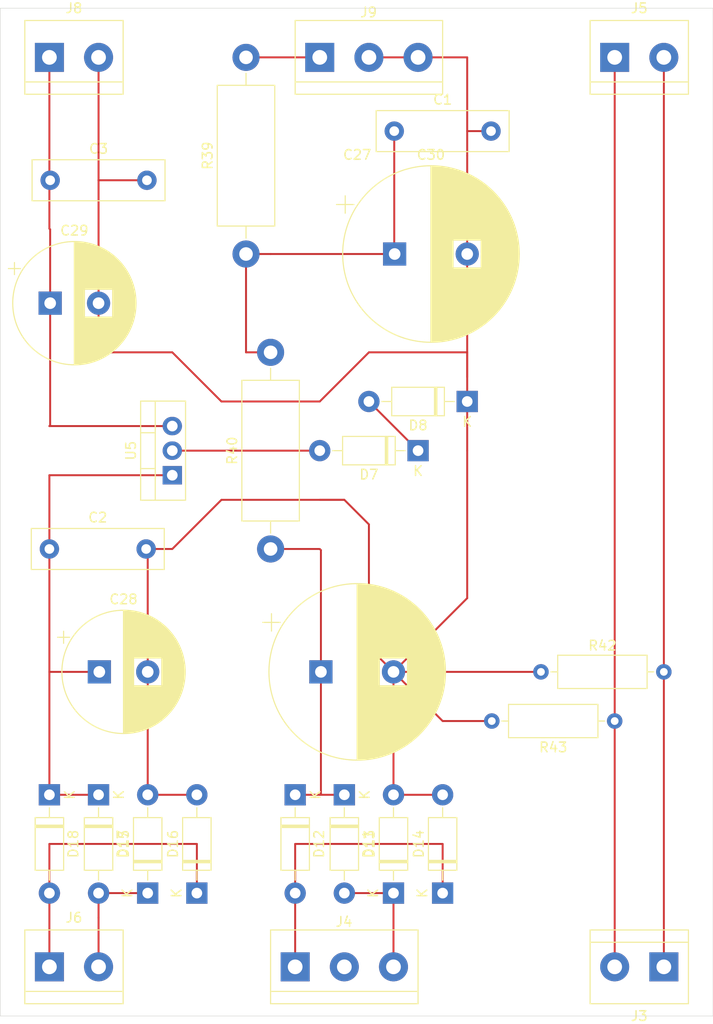
<source format=kicad_pcb>
(kicad_pcb (version 20241229) (generator "pcbnew") (generator_version "9.0")
  (layers (0 "F.Cu" signal) (2 "B.Cu" signal) (13 "F.Paste" user) (15 "B.Paste" user) (5 "F.SilkS" user "F.Silkscreen") (7 "B.SilkS" user "B.Silkscreen") (1 "F.Mask" user) (3 "B.Mask" user) (25 "Edge.Cuts" user))
  (net 0 "")
  (net 1 "Net-(D11-K)")
  (net 2 "GND")
  (net 3 "Net-(D17-K)")
  (net 4 "Net-(J8-Pin_1)")
  (net 5 "Net-(D7-A)")
  (net 6 "Net-(D7-K)")
  (net 7 "Net-(D11-A)")
  (net 8 "Net-(D12-A)")
  (net 9 "Net-(D15-K)")
  (net 10 "Net-(J3-Pin_2)")
  (net 11 "Net-(J3-Pin_1)")
  (net 12 "Net-(J9-Pin_1)")
  (net 13 "Net-(D16-K)")
  (net 15 "Net-(C1-Pad1)")
  (footprint "Capacitor_THT:CP_Radial_D18.0mm_P7.50mm" (layer "F.Cu") (at 134.74 76.2)
    (property "Reference" "C30" (at 3.75 -10.25 0) (layer "F.SilkS"))
    (property "Value" "100u")
    (pad "1" thru_hole rect (at 0 0) (size 2.4 2.4) (drill 1.2) (layers "*.Cu" "*.Mask") (net 15 "Net-(C1-Pad1)"))
    (pad "2" thru_hole circle (at 7.5 0) (size 2.4 2.4) (drill 1.2) (layers "*.Cu" "*.Mask") (net 2 "GND"))
  )
  (footprint "Resistor_THT:R_Axial_DIN0309_L9.0mm_D3.2mm_P12.70mm_Horizontal" (layer "F.Cu") (at 149.86 119.38)
    (property "Reference" "R42" (at 6.35 -2.72 0) (layer "F.SilkS"))
    (property "Value" "100")
    (pad "1" thru_hole circle (at 0 0) (size 1.6 1.6) (drill 0.8) (layers "*.Cu" "*.Mask") (net 2 "GND"))
    (pad "2" thru_hole oval (at 12.7 0) (size 1.6 1.6) (drill 0.8) (layers "*.Cu" "*.Mask") (net 11 "Net-(J3-Pin_1)"))
  )
  (footprint "Capacitor_THT:C_Rect_L13.5mm_W4.0mm_P10.00mm_FKS3_FKP3_MKS4" (layer "F.Cu") (at 99.06 106.68)
    (property "Reference" "C2" (at 5 -3.25 0) (layer "F.SilkS"))
    (property "Value" "C")
    (pad "1" thru_hole circle (at 0 0) (size 2 2) (drill 1) (layers "*.Cu" "*.Mask") (net 3 "Net-(D17-K)"))
    (pad "2" thru_hole circle (at 10 0) (size 2 2) (drill 1) (layers "*.Cu" "*.Mask") (net 2 "GND"))
  )
  (footprint "Capacitor_THT:CP_Radial_D18.0mm_P7.50mm" (layer "F.Cu") (at 127.12 119.38)
    (property "Reference" "C27" (at 3.75 -53.43 0) (layer "F.SilkS"))
    (property "Value" "100u")
    (pad "1" thru_hole rect (at 0 0) (size 2.4 2.4) (drill 1.2) (layers "*.Cu" "*.Mask") (net 1 "Net-(D11-K)"))
    (pad "2" thru_hole circle (at 7.5 0) (size 2.4 2.4) (drill 1.2) (layers "*.Cu" "*.Mask") (net 2 "GND"))
  )
  (footprint "Diode_THT:D_DO-41_SOD81_P10.16mm_Horizontal" (layer "F.Cu") (at 114.3 142.24 90)
    (property "Reference" "D16" (at 5.08 -2.47 90) (layer "F.SilkS"))
    (property "Value" "D_45deg")
    (fp_text user "K" (at 0 -2.1 90) (layer "F.SilkS"))
    (pad "1" thru_hole rect (at 0 0 90) (size 2.2 2.2) (drill 1.1) (layers "*.Cu" "*.Mask") (net 13 "Net-(D16-K)"))
    (pad "2" thru_hole oval (at 10.16 0 90) (size 2.2 2.2) (drill 1.1) (layers "*.Cu" "*.Mask") (net 2 "GND"))
  )
  (footprint "Diode_THT:D_DO-41_SOD81_P10.16mm_Horizontal" (layer "F.Cu") (at 142.24 91.44 180)
    (property "Reference" "D8" (at 5.08 -2.47 0) (layer "F.SilkS"))
    (property "Value" "1N4007")
    (fp_text user "K" (at 0 -2.1 0) (layer "F.SilkS"))
    (pad "1" thru_hole rect (at 0 0 180) (size 2.2 2.2) (drill 1.1) (layers "*.Cu" "*.Mask") (net 2 "GND"))
    (pad "2" thru_hole oval (at 10.16 0 180) (size 2.2 2.2) (drill 1.1) (layers "*.Cu" "*.Mask") (net 6 "Net-(D7-K)"))
  )
  (footprint "TerminalBlock:TerminalBlock_bornier-2_P5.08mm" (layer "F.Cu") (at 162.56 149.86 180)
    (property "Reference" "J3" (at 2.54 -5.08 0) (layer "F.SilkS"))
    (property "Value" "AC_FIL")
    (pad "1" thru_hole rect (at 0 0 180) (size 3 3) (drill 1.52) (layers "*.Cu" "*.Mask") (net 11 "Net-(J3-Pin_1)"))
    (pad "2" thru_hole circle (at 5.08 0 180) (size 3 3) (drill 1.52) (layers "*.Cu" "*.Mask") (net 10 "Net-(J3-Pin_2)"))
  )
  (footprint "TerminalBlock:TerminalBlock_bornier-2_P5.08mm" (layer "F.Cu") (at 99.06 149.86)
    (property "Reference" "J6" (at 2.54 -5.08 0) (layer "F.SilkS"))
    (property "Value" "DC_FIL_IN")
    (pad "1" thru_hole rect (at 0 0) (size 3 3) (drill 1.52) (layers "*.Cu" "*.Mask") (net 13 "Net-(D16-K)"))
    (pad "2" thru_hole circle (at 5.08 0) (size 3 3) (drill 1.52) (layers "*.Cu" "*.Mask") (net 9 "Net-(D15-K)"))
  )
  (footprint "Diode_THT:D_DO-41_SOD81_P10.16mm_Horizontal" (layer "F.Cu") (at 104.14 132.08 -90)
    (property "Reference" "D17" (at 5.08 -2.47 90) (layer "F.SilkS"))
    (property "Value" "D_45deg")
    (fp_text user "K" (at 0 -2.1 90) (layer "F.SilkS"))
    (pad "1" thru_hole rect (at 0 0 270) (size 2.2 2.2) (drill 1.1) (layers "*.Cu" "*.Mask") (net 3 "Net-(D17-K)"))
    (pad "2" thru_hole oval (at 10.16 0 270) (size 2.2 2.2) (drill 1.1) (layers "*.Cu" "*.Mask") (net 9 "Net-(D15-K)"))
  )
  (footprint "Diode_THT:D_DO-41_SOD81_P10.16mm_Horizontal" (layer "F.Cu") (at 139.7 142.24 90)
    (property "Reference" "D14" (at 5.08 -2.47 90) (layer "F.SilkS"))
    (property "Value" "D_45deg")
    (fp_text user "K" (at 0 -2.1 90) (layer "F.SilkS"))
    (pad "1" thru_hole rect (at 0 0 90) (size 2.2 2.2) (drill 1.1) (layers "*.Cu" "*.Mask") (net 8 "Net-(D12-A)"))
    (pad "2" thru_hole oval (at 10.16 0 90) (size 2.2 2.2) (drill 1.1) (layers "*.Cu" "*.Mask") (net 2 "GND"))
  )
  (footprint "Capacitor_THT:CP_Radial_D12.5mm_P5.00mm" (layer "F.Cu") (at 104.22 119.38)
    (property "Reference" "C28" (at 2.5 -7.5 0) (layer "F.SilkS"))
    (property "Value" "1000u")
    (pad "1" thru_hole rect (at 0 0) (size 2.4 2.4) (drill 1.2) (layers "*.Cu" "*.Mask") (net 3 "Net-(D17-K)"))
    (pad "2" thru_hole circle (at 5 0) (size 2.4 2.4) (drill 1.2) (layers "*.Cu" "*.Mask") (net 2 "GND"))
  )
  (footprint "Capacitor_THT:CP_Radial_D12.5mm_P5.00mm" (layer "F.Cu") (at 99.14 81.28)
    (property "Reference" "C29" (at 2.5 -7.5 0) (layer "F.SilkS"))
    (property "Value" "4700u")
    (pad "1" thru_hole rect (at 0 0) (size 2.4 2.4) (drill 1.2) (layers "*.Cu" "*.Mask") (net 4 "Net-(J8-Pin_1)"))
    (pad "2" thru_hole circle (at 5 0) (size 2.4 2.4) (drill 1.2) (layers "*.Cu" "*.Mask") (net 2 "GND"))
  )
  (footprint "Capacitor_THT:C_Rect_L13.5mm_W4.0mm_P10.00mm_FKS3_FKP3_MKS4" (layer "F.Cu") (at 99.14 68.58)
    (property "Reference" "C3" (at 5 -3.25 0) (layer "F.SilkS"))
    (property "Value" "C")
    (pad "1" thru_hole circle (at 0 0) (size 2 2) (drill 1) (layers "*.Cu" "*.Mask") (net 4 "Net-(J8-Pin_1)"))
    (pad "2" thru_hole circle (at 10 0) (size 2 2) (drill 1) (layers "*.Cu" "*.Mask") (net 2 "GND"))
  )
  (footprint "Resistor_THT:R_Axial_DIN0614_L14.3mm_D5.7mm_P20.32mm_Horizontal" (layer "F.Cu") (at 119.38 76.2 90)
    (property "Reference" "R39" (at 10.16 -3.97 90) (layer "F.SilkS"))
    (property "Value" "2k")
    (pad "1" thru_hole circle (at 0 0 90) (size 2.8 2.8) (drill 1.4) (layers "*.Cu" "*.Mask") (net 15 "Net-(C1-Pad1)"))
    (pad "2" thru_hole oval (at 20.32 0 90) (size 2.8 2.8) (drill 1.4) (layers "*.Cu" "*.Mask") (net 12 "Net-(J9-Pin_1)"))
  )
  (footprint "Diode_THT:D_DO-41_SOD81_P10.16mm_Horizontal" (layer "F.Cu") (at 129.54 132.08 -90)
    (property "Reference" "D11" (at 5.08 -2.47 90) (layer "F.SilkS"))
    (property "Value" "D_45deg")
    (fp_text user "K" (at 0 -2.1 90) (layer "F.SilkS"))
    (pad "1" thru_hole rect (at 0 0 270) (size 2.2 2.2) (drill 1.1) (layers "*.Cu" "*.Mask") (net 1 "Net-(D11-K)"))
    (pad "2" thru_hole oval (at 10.16 0 270) (size 2.2 2.2) (drill 1.1) (layers "*.Cu" "*.Mask") (net 7 "Net-(D11-A)"))
  )
  (footprint "Diode_THT:D_DO-41_SOD81_P10.16mm_Horizontal" (layer "F.Cu") (at 124.46 132.08 -90)
    (property "Reference" "D12" (at 5.08 -2.47 90) (layer "F.SilkS"))
    (property "Value" "D_45deg")
    (fp_text user "K" (at 0 -2.1 90) (layer "F.SilkS"))
    (pad "1" thru_hole rect (at 0 0 270) (size 2.2 2.2) (drill 1.1) (layers "*.Cu" "*.Mask") (net 1 "Net-(D11-K)"))
    (pad "2" thru_hole oval (at 10.16 0 270) (size 2.2 2.2) (drill 1.1) (layers "*.Cu" "*.Mask") (net 8 "Net-(D12-A)"))
  )
  (footprint "Resistor_THT:R_Axial_DIN0309_L9.0mm_D3.2mm_P12.70mm_Horizontal" (layer "F.Cu") (at 157.48 124.46 180)
    (property "Reference" "R43" (at 6.35 -2.72 0) (layer "F.SilkS"))
    (property "Value" "100")
    (pad "1" thru_hole circle (at 0 0 180) (size 1.6 1.6) (drill 0.8) (layers "*.Cu" "*.Mask") (net 10 "Net-(J3-Pin_2)"))
    (pad "2" thru_hole oval (at 12.7 0 180) (size 1.6 1.6) (drill 0.8) (layers "*.Cu" "*.Mask") (net 2 "GND"))
  )
  (footprint "Diode_THT:D_DO-41_SOD81_P10.16mm_Horizontal" (layer "F.Cu") (at 137.16 96.52 180)
    (property "Reference" "D7" (at 5.08 -2.47 0) (layer "F.SilkS"))
    (property "Value" "1N4007")
    (fp_text user "K" (at 0 -2.1 0) (layer "F.SilkS"))
    (pad "1" thru_hole rect (at 0 0 180) (size 2.2 2.2) (drill 1.1) (layers "*.Cu" "*.Mask") (net 6 "Net-(D7-K)"))
    (pad "2" thru_hole oval (at 10.16 0 180) (size 2.2 2.2) (drill 1.1) (layers "*.Cu" "*.Mask") (net 5 "Net-(D7-A)"))
  )
  (footprint "Package_TO_SOT_THT:TO-220-3_Vertical" (layer "F.Cu") (at 111.76 99.06 90)
    (property "Reference" "U5" (at 2.54 -4.27 90) (layer "F.SilkS"))
    (property "Value" "LM7805_TO220")
    (pad "1" thru_hole rect (at 0 0 90) (size 1.905 2) (drill 1.1) (layers "*.Cu" "*.Mask") (net 3 "Net-(D17-K)"))
    (pad "2" thru_hole oval (at 2.54 0 90) (size 1.905 2) (drill 1.1) (layers "*.Cu" "*.Mask") (net 5 "Net-(D7-A)"))
    (pad "3" thru_hole oval (at 5.08 0 90) (size 1.905 2) (drill 1.1) (layers "*.Cu" "*.Mask") (net 4 "Net-(J8-Pin_1)"))
  )
  (footprint "TerminalBlock:TerminalBlock_bornier-2_P5.08mm" (layer "F.Cu") (at 99.06 55.88)
    (property "Reference" "J8" (at 2.54 -5.08 0) (layer "F.SilkS"))
    (property "Value" "DC_FIL_OUT")
    (pad "1" thru_hole rect (at 0 0) (size 3 3) (drill 1.52) (layers "*.Cu" "*.Mask") (net 4 "Net-(J8-Pin_1)"))
    (pad "2" thru_hole circle (at 5.08 0) (size 3 3) (drill 1.52) (layers "*.Cu" "*.Mask") (net 2 "GND"))
  )
  (footprint "Diode_THT:D_DO-41_SOD81_P10.16mm_Horizontal" (layer "F.Cu") (at 134.62 142.24 90)
    (property "Reference" "D13" (at 5.08 -2.47 90) (layer "F.SilkS"))
    (property "Value" "D_45deg")
    (fp_text user "K" (at 0 -2.1 90) (layer "F.SilkS"))
    (pad "1" thru_hole rect (at 0 0 90) (size 2.2 2.2) (drill 1.1) (layers "*.Cu" "*.Mask") (net 7 "Net-(D11-A)"))
    (pad "2" thru_hole oval (at 10.16 0 90) (size 2.2 2.2) (drill 1.1) (layers "*.Cu" "*.Mask") (net 2 "GND"))
  )
  (footprint "TerminalBlock:TerminalBlock_bornier-3_P5.08mm" (layer "F.Cu") (at 127 55.88)
    (property "Reference" "J9" (at 5.05 -4.65 0) (layer "F.SilkS"))
    (property "Value" "HV_OUT")
    (pad "1" thru_hole rect (at 0 0) (size 3 3) (drill 1.52) (layers "*.Cu" "*.Mask") (net 12 "Net-(J9-Pin_1)"))
    (pad "2" thru_hole circle (at 5.08 0) (size 3 3) (drill 1.52) (layers "*.Cu" "*.Mask") (net 2 "GND"))
    (pad "3" thru_hole circle (at 10.16 0) (size 3 3) (drill 1.52) (layers "*.Cu" "*.Mask") (net 2 "GND"))
  )
  (footprint "Diode_THT:D_DO-41_SOD81_P10.16mm_Horizontal" (layer "F.Cu") (at 109.22 142.24 90)
    (property "Reference" "D15" (at 5.08 -2.47 90) (layer "F.SilkS"))
    (property "Value" "D_45deg")
    (fp_text user "K" (at 0 -2.1 90) (layer "F.SilkS"))
    (pad "1" thru_hole rect (at 0 0 90) (size 2.2 2.2) (drill 1.1) (layers "*.Cu" "*.Mask") (net 9 "Net-(D15-K)"))
    (pad "2" thru_hole oval (at 10.16 0 90) (size 2.2 2.2) (drill 1.1) (layers "*.Cu" "*.Mask") (net 2 "GND"))
  )
  (footprint "Capacitor_THT:C_Rect_L13.5mm_W4.0mm_P10.00mm_FKS3_FKP3_MKS4" (layer "F.Cu") (at 134.7 63.5)
    (property "Reference" "C1" (at 5 -3.25 0) (layer "F.SilkS"))
    (property "Value" "C")
    (pad "1" thru_hole circle (at 0 0) (size 2 2) (drill 1) (layers "*.Cu" "*.Mask") (net 15 "Net-(C1-Pad1)"))
    (pad "2" thru_hole circle (at 10 0) (size 2 2) (drill 1) (layers "*.Cu" "*.Mask") (net 2 "GND"))
  )
  (footprint "TerminalBlock:TerminalBlock_bornier-3_P5.08mm" (layer "F.Cu") (at 124.46 149.86)
    (property "Reference" "J4" (at 5.05 -4.65 0) (layer "F.SilkS"))
    (property "Value" "HV_IN")
    (pad "1" thru_hole rect (at 0 0) (size 3 3) (drill 1.52) (layers "*.Cu" "*.Mask") (net 8 "Net-(D12-A)"))
    (pad "2" thru_hole circle (at 5.08 0) (size 3 3) (drill 1.52) (layers "*.Cu" "*.Mask"))
    (pad "3" thru_hole circle (at 10.16 0) (size 3 3) (drill 1.52) (layers "*.Cu" "*.Mask") (net 7 "Net-(D11-A)"))
  )
  (footprint "TerminalBlock:TerminalBlock_bornier-2_P5.08mm" (layer "F.Cu") (at 157.48 55.88)
    (property "Reference" "J5" (at 2.54 -5.08 0) (layer "F.SilkS"))
    (property "Value" "AC_FIL")
    (pad "1" thru_hole rect (at 0 0) (size 3 3) (drill 1.52) (layers "*.Cu" "*.Mask") (net 10 "Net-(J3-Pin_2)"))
    (pad "2" thru_hole circle (at 5.08 0) (size 3 3) (drill 1.52) (layers "*.Cu" "*.Mask") (net 11 "Net-(J3-Pin_1)"))
  )
  (footprint "Resistor_THT:R_Axial_DIN0614_L14.3mm_D5.7mm_P20.32mm_Horizontal" (layer "F.Cu") (at 121.92 106.68 90)
    (property "Reference" "R40" (at 10.16 -3.97 90) (layer "F.SilkS"))
    (property "Value" "100")
    (pad "1" thru_hole circle (at 0 0 90) (size 2.8 2.8) (drill 1.4) (layers "*.Cu" "*.Mask") (net 1 "Net-(D11-K)"))
    (pad "2" thru_hole oval (at 20.32 0 90) (size 2.8 2.8) (drill 1.4) (layers "*.Cu" "*.Mask") (net 15 "Net-(C1-Pad1)"))
  )
  (footprint "Diode_THT:D_DO-41_SOD81_P10.16mm_Horizontal" (layer "F.Cu") (at 99.06 132.08 -90)
    (property "Reference" "D18" (at 5.08 -2.47 90) (layer "F.SilkS"))
    (property "Value" "D_45deg")
    (fp_text user "K" (at 0 -2.1 90) (layer "F.SilkS"))
    (pad "1" thru_hole rect (at 0 0 270) (size 2.2 2.2) (drill 1.1) (layers "*.Cu" "*.Mask") (net 3 "Net-(D17-K)"))
    (pad "2" thru_hole oval (at 10.16 0 270) (size 2.2 2.2) (drill 1.1) (layers "*.Cu" "*.Mask") (net 13 "Net-(D16-K)"))
  )
  (gr_rect (start 93.98 50.8) (end 167.64 154.94) (stroke (width 0.05)) (fill no) (layer "Edge.Cuts"))
  (segment (start 127.12 119.38) (end 127.12 131.96) (width 0.2) (layer "F.Cu") (net 1))
  (segment (start 127.12 119.38) (end 127.12 106.8) (width 0.2) (layer "F.Cu") (net 1))
  (segment (start 124.46 132.08) (end 127 132.08) (width 0.2) (layer "F.Cu") (net 1))
  (segment (start 127 119.5) (end 127.12 119.38) (width 0.2) (layer "F.Cu") (net 1))
  (segment (start 127 132.08) (end 129.54 132.08) (width 0.2) (layer "F.Cu") (net 1))
  (segment (start 127 106.68) (end 121.92 106.68) (width 0.2) (layer "F.Cu") (net 1))
  (segment (start 127.12 106.8) (end 127 106.68) (width 0.2) (layer "F.Cu") (net 1))
  (segment (start 127.12 131.96) (end 127 132.08) (width 0.2) (layer "F.Cu") (net 1))
  (segment (start 111.76 106.68) (end 116.84 101.6) (width 0.2) (layer "F.Cu") (net 2))
  (segment (start 139.7 124.46) (end 134.62 119.38) (width 0.2) (layer "F.Cu") (net 2))
  (segment (start 132.08 86.36) (end 142.24 86.36) (width 0.2) (layer "F.Cu") (net 2))
  (segment (start 134.62 132.08) (end 139.7 132.08) (width 0.2) (layer "F.Cu") (net 2))
  (segment (start 142.24 96.52) (end 142.24 88.9) (width 0.2) (layer "F.Cu") (net 2))
  (segment (start 109.06 106.68) (end 111.76 106.68) (width 0.2) (layer "F.Cu") (net 2))
  (segment (start 129.54 101.6) (end 132.08 104.14) (width 0.2) (layer "F.Cu") (net 2))
  (segment (start 142.24 111.76) (end 134.62 119.38) (width 0.2) (layer "F.Cu") (net 2))
  (segment (start 104.14 68.58) (end 104.14 81.28) (width 0.2) (layer "F.Cu") (net 2))
  (segment (start 142.24 66.04) (end 142.24 63.5) (width 0.2) (layer "F.Cu") (net 2))
  (segment (start 129.54 101.6) (end 127 101.6) (width 0.2) (layer "F.Cu") (net 2))
  (segment (start 116.84 91.44) (end 127 91.44) (width 0.2) (layer "F.Cu") (net 2))
  (segment (start 142.24 88.9) (end 142.24 71.12) (width 0.2) (layer "F.Cu") (net 2))
  (segment (start 111.76 86.36) (end 116.84 91.44) (width 0.2) (layer "F.Cu") (net 2))
  (segment (start 104.14 86.36) (end 111.76 86.36) (width 0.2) (layer "F.Cu") (net 2))
  (segment (start 144.7 63.5) (end 142.24 63.5) (width 0.2) (layer "F.Cu") (net 2))
  (segment (start 142.24 63.5) (end 142.24 55.88) (width 0.2) (layer "F.Cu") (net 2))
  (segment (start 109.22 106.84) (end 109.06 106.68) (width 0.2) (layer "F.Cu") (net 2))
  (segment (start 134.62 132.08) (end 134.62 119.38) (width 0.2) (layer "F.Cu") (net 2))
  (segment (start 109.22 119.38) (end 109.22 106.84) (width 0.2) (layer "F.Cu") (net 2))
  (segment (start 149.86 119.38) (end 134.62 119.38) (width 0.2) (layer "F.Cu") (net 2))
  (segment (start 104.14 86.36) (end 104.14 81.28) (width 0.2) (layer "F.Cu") (net 2))
  (segment (start 142.24 71.12) (end 142.24 66.04) (width 0.2) (layer "F.Cu") (net 2))
  (segment (start 132.08 104.14) (end 132.08 116.84) (width 0.2) (layer "F.Cu") (net 2))
  (segment (start 132.08 55.88) (end 137.16 55.88) (width 0.2) (layer "F.Cu") (net 2))
  (segment (start 116.84 101.6) (end 129.54 101.6) (width 0.2) (layer "F.Cu") (net 2))
  (segment (start 109.14 68.58) (end 104.14 68.58) (width 0.2) (layer "F.Cu") (net 2))
  (segment (start 127 91.44) (end 129.54 88.9) (width 0.2) (layer "F.Cu") (net 2))
  (segment (start 104.14 55.88) (end 104.14 68.58) (width 0.2) (layer "F.Cu") (net 2))
  (segment (start 129.54 88.9) (end 132.08 86.36) (width 0.2) (layer "F.Cu") (net 2))
  (segment (start 142.24 55.88) (end 137.16 55.88) (width 0.2) (layer "F.Cu") (net 2))
  (segment (start 132.08 116.84) (end 134.62 119.38) (width 0.2) (layer "F.Cu") (net 2))
  (segment (start 142.24 96.52) (end 142.24 111.76) (width 0.2) (layer "F.Cu") (net 2))
  (segment (start 109.22 132.08) (end 114.3 132.08) (width 0.2) (layer "F.Cu") (net 2))
  (segment (start 109.22 132.08) (end 109.22 119.38) (width 0.2) (layer "F.Cu") (net 2))
  (segment (start 144.78 124.46) (end 139.7 124.46) (width 0.2) (layer "F.Cu") (net 2))
  (segment (start 142.24 86.36) (end 142.24 88.9) (width 0.2) (layer "F.Cu") (net 2))
  (segment (start 104.22 119.38) (end 99.06 119.38) (width 0.2) (layer "F.Cu") (net 3))
  (segment (start 111.76 99.06) (end 99.06 99.06) (width 0.2) (layer "F.Cu") (net 3))
  (segment (start 99.06 132.08) (end 99.06 119.38) (width 0.2) (layer "F.Cu") (net 3))
  (segment (start 99.06 119.38) (end 99.06 106.68) (width 0.2) (layer "F.Cu") (net 3))
  (segment (start 104.14 132.08) (end 99.06 132.08) (width 0.2) (layer "F.Cu") (net 3))
  (segment (start 99.14 106.76) (end 99.06 106.68) (width 0.2) (layer "F.Cu") (net 3))
  (segment (start 99.06 99.06) (end 99.06 106.68) (width 0.2) (layer "F.Cu") (net 3))
  (segment (start 99.14 81.36) (end 99.14 73.66) (width 0.2) (layer "F.Cu") (net 4))
  (segment (start 111.76 93.98) (end 99.06 93.98) (width 0.2) (layer "F.Cu") (net 4))
  (segment (start 99.06 93.98) (end 99.14 93.9) (width 0.2) (layer "F.Cu") (net 4))
  (segment (start 99.06 73.58) (end 99.14 73.66) (width 0.2) (layer "F.Cu") (net 4))
  (segment (start 99.14 93.9) (end 99.14 81.28) (width 0.2) (layer "F.Cu") (net 4))
  (segment (start 99.06 55.88) (end 99.06 73.58) (width 0.2) (layer "F.Cu") (net 4))
  (segment (start 111.76 96.52) (end 127 96.52) (width 0.2) (layer "F.Cu") (net 5))
  (segment (start 137.16 96.52) (end 132.08 91.44) (width 0.2) (layer "F.Cu") (net 6))
  (segment (start 134.62 149.86) (end 134.62 142.24) (width 0.2) (layer "F.Cu") (net 7))
  (segment (start 129.54 142.24) (end 134.62 142.24) (width 0.2) (layer "F.Cu") (net 7))
  (segment (start 139.7 137.16) (end 139.7 142.24) (width 0.2) (layer "F.Cu") (net 8))
  (segment (start 124.46 137.16) (end 139.7 137.16) (width 0.2) (layer "F.Cu") (net 8))
  (segment (start 124.46 137.16) (end 124.46 142.24) (width 0.2) (layer "F.Cu") (net 8))
  (segment (start 124.46 149.86) (end 124.46 142.24) (width 0.2) (layer "F.Cu") (net 8))
  (segment (start 104.14 142.24) (end 109.22 142.24) (width 0.2) (layer "F.Cu") (net 9))
  (segment (start 104.14 144.78) (end 104.14 142.24) (width 0.2) (layer "F.Cu") (net 9))
  (segment (start 104.14 149.86) (end 104.14 144.78) (width 0.2) (layer "F.Cu") (net 9))
  (segment (start 157.48 149.86) (end 157.48 55.88) (width 0.2) (layer "F.Cu") (net 10))
  (segment (start 162.56 55.88) (end 162.56 149.86) (width 0.2) (layer "F.Cu") (net 11))
  (segment (start 119.38 55.88) (end 127 55.88) (width 0.2) (layer "F.Cu") (net 12))
  (segment (start 99.06 142.24) (end 99.06 137.16) (width 0.2) (layer "F.Cu") (net 13))
  (segment (start 99.06 137.16) (end 114.3 137.16) (width 0.2) (layer "F.Cu") (net 13))
  (segment (start 114.3 137.16) (end 114.3 142.24) (width 0.2) (layer "F.Cu") (net 13))
  (segment (start 99.06 149.86) (end 99.06 142.24) (width 0.2) (layer "F.Cu") (net 13))
  (segment (start 134.7 63.5) (end 134.7 76.16) (width 0.2) (layer "F.Cu") (net 15))
  (segment (start 134.74 76.2) (end 121.92 76.2) (width 0.2) (layer "F.Cu") (net 15))
  (segment (start 119.38 76.2) (end 121.92 76.2) (width 0.2) (layer "F.Cu") (net 15))
  (segment (start 134.7 76.16) (end 134.74 76.2) (width 0.2) (layer "F.Cu") (net 15))
  (segment (start 119.38 86.36) (end 119.38 76.2) (width 0.2) (layer "F.Cu") (net 15))
  (segment (start 121.92 86.36) (end 119.38 86.36) (width 0.2) (layer "F.Cu") (net 15))
)
</source>
